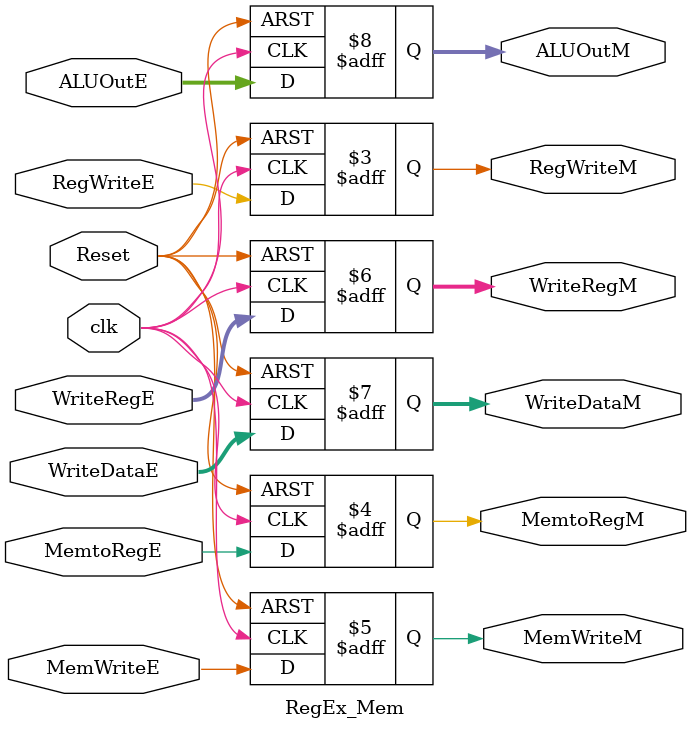
<source format=v>
module RegEx_Mem(clk, Reset, RegWriteE, RegWriteM, MemtoRegE,
		 MemtoRegM, MemWriteE, MemWriteM, ALUOutE, ALUOutM,
		 WriteDataE, WriteDataM, WriteRegE, WriteRegM);
		 
  input clk, Reset,  RegWriteE, MemtoRegE, MemWriteE;
  input [31:0] WriteRegE, WriteDataE, ALUOutE;
  
  output reg RegWriteM, MemtoRegM, MemWriteM;
  output reg [31:0] WriteRegM, WriteDataM, ALUOutM;

  always @ (posedge clk or negedge Reset) 
  begin
    if (!Reset) 
	 begin
			RegWriteM <= 0;
			MemtoRegM <= 0;
			MemWriteM <= 0;
			WriteRegM <= 0;
			WriteDataM <= 0;
			ALUOutM <= 0;
    end
    else 
	 begin
			RegWriteM <= RegWriteE;
			MemtoRegM <= MemtoRegE;
			MemWriteM <= MemWriteE;
			WriteRegM <= WriteRegE;
			WriteDataM <= WriteDataE;
			ALUOutM <= ALUOutE;
    end
  end
endmodule

</source>
